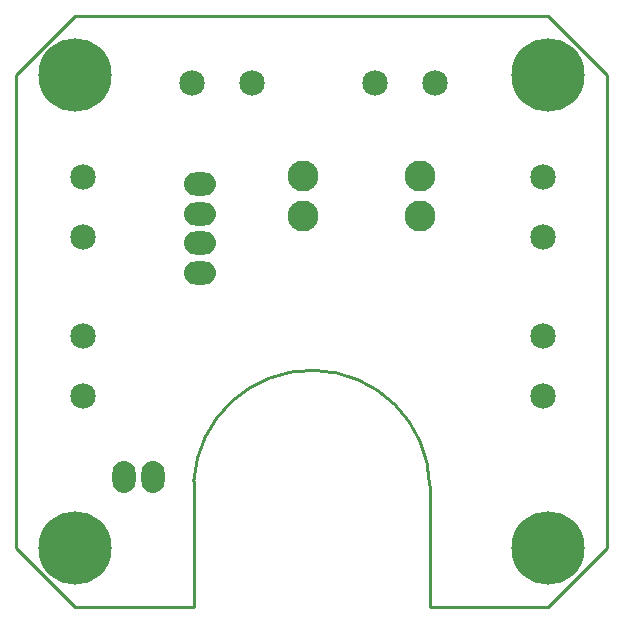
<source format=gbs>
G04 Layer_Color=8150272*
%FSLAX44Y44*%
%MOMM*%
G71*
G01*
G75*
%ADD17C,0.2540*%
%ADD45C,2.6162*%
%ADD46C,6.2032*%
%ADD47C,2.1590*%
%ADD48O,1.9532X2.7032*%
%ADD49O,2.7032X1.9532*%
D17*
X350000Y102455D02*
G03*
X150181Y106134I-99986J-2344D01*
G01*
X50000Y500000D02*
Y500000D01*
X-0Y450000D02*
X50000Y500000D01*
X-0Y50000D02*
Y450000D01*
Y50000D02*
X50000Y-0D01*
X150000D01*
X150000Y-0D01*
X150181Y181D02*
Y106134D01*
X350000Y-0D02*
Y102455D01*
Y-0D02*
X450000D01*
X500000Y50000D01*
Y450000D01*
X450000Y500000D02*
X500000Y450000D01*
X50000Y500000D02*
X450000D01*
D45*
X242750Y331000D02*
D03*
X342064D02*
D03*
Y365036D02*
D03*
X242750D02*
D03*
D46*
X50000Y450000D02*
D03*
Y50000D02*
D03*
X450000D02*
D03*
Y450000D02*
D03*
D47*
X303330Y443730D02*
D03*
X354130D02*
D03*
X148330D02*
D03*
X199130D02*
D03*
X446270Y313330D02*
D03*
Y364130D02*
D03*
Y178330D02*
D03*
Y229130D02*
D03*
X56270Y178330D02*
D03*
Y229130D02*
D03*
Y313330D02*
D03*
Y364130D02*
D03*
D48*
X90750Y110000D02*
D03*
X115750D02*
D03*
D49*
X155270Y357870D02*
D03*
Y307870D02*
D03*
Y282870D02*
D03*
Y332870D02*
D03*
M02*

</source>
